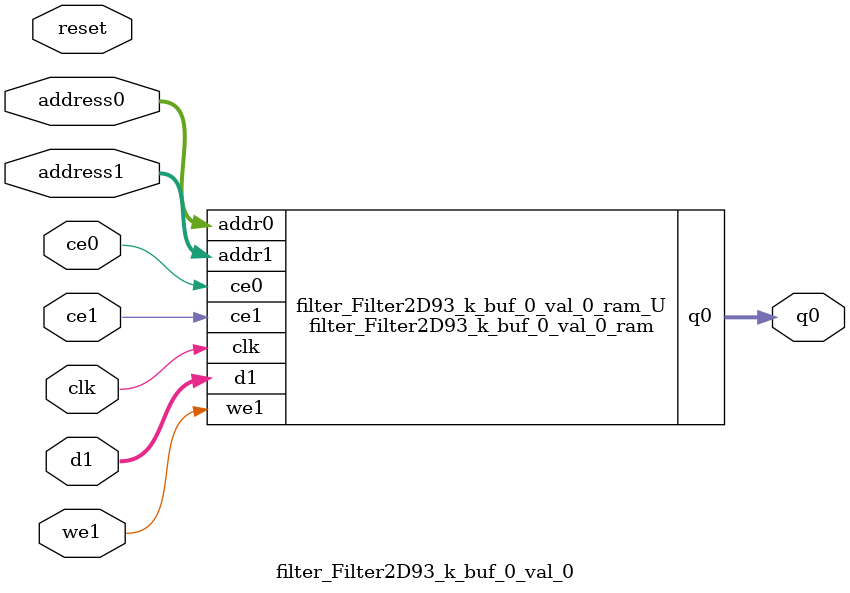
<source format=v>

`timescale 1 ns / 1 ps
module filter_Filter2D93_k_buf_0_val_0_ram (addr0, ce0, q0, addr1, ce1, d1, we1,  clk);

parameter DWIDTH = 8;
parameter AWIDTH = 11;
parameter MEM_SIZE = 1920;

input[AWIDTH-1:0] addr0;
input ce0;
output reg[DWIDTH-1:0] q0;
input[AWIDTH-1:0] addr1;
input ce1;
input[DWIDTH-1:0] d1;
input we1;
input clk;

(* ram_style = "block" *)reg [DWIDTH-1:0] ram[MEM_SIZE-1:0];




always @(posedge clk)  
begin 
    if (ce0) 
    begin
            q0 <= ram[addr0];
    end
end


always @(posedge clk)  
begin 
    if (ce1) 
    begin
        if (we1) 
        begin 
            ram[addr1] <= d1; 
        end 
    end
end


endmodule


`timescale 1 ns / 1 ps
module filter_Filter2D93_k_buf_0_val_0(
    reset,
    clk,
    address0,
    ce0,
    q0,
    address1,
    ce1,
    we1,
    d1);

parameter DataWidth = 32'd8;
parameter AddressRange = 32'd1920;
parameter AddressWidth = 32'd11;
input reset;
input clk;
input[AddressWidth - 1:0] address0;
input ce0;
output[DataWidth - 1:0] q0;
input[AddressWidth - 1:0] address1;
input ce1;
input we1;
input[DataWidth - 1:0] d1;



filter_Filter2D93_k_buf_0_val_0_ram filter_Filter2D93_k_buf_0_val_0_ram_U(
    .clk( clk ),
    .addr0( address0 ),
    .ce0( ce0 ),
    .q0( q0 ),
    .addr1( address1 ),
    .ce1( ce1 ),
    .d1( d1 ),
    .we1( we1 ));

endmodule


</source>
